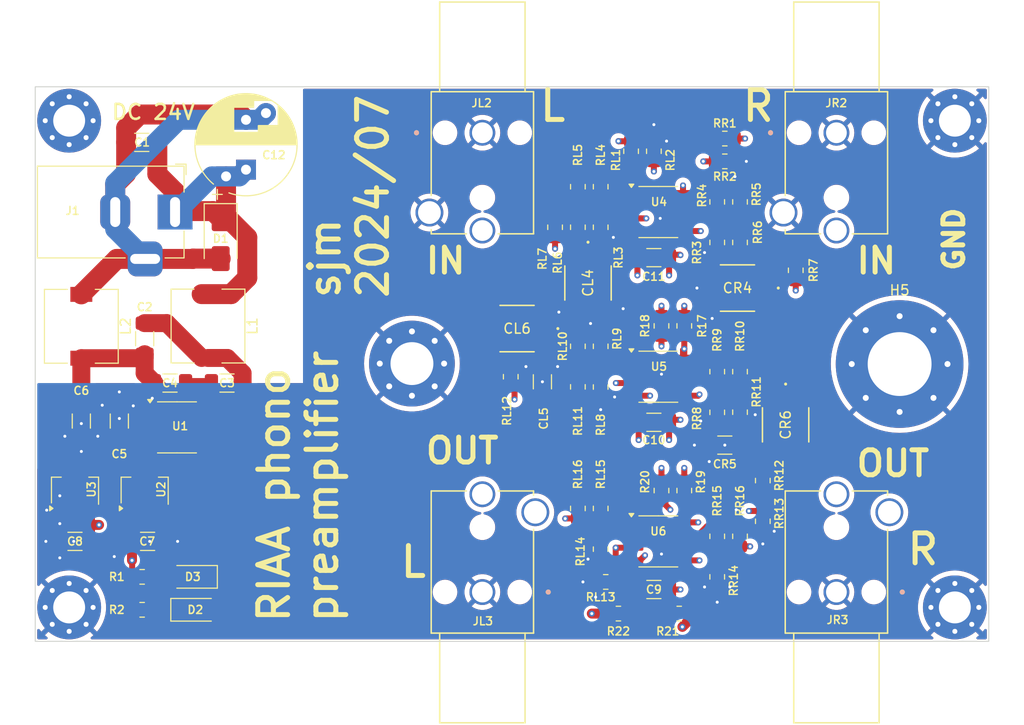
<source format=kicad_pcb>
(kicad_pcb (version 20240108) (generator "pcbnew") (generator_version "8.0")
  (layers (0 "F.Cu" signal) (1 "In1.Cu" signal) (2 "In2.Cu" signal) (31 "B.Cu" signal) (34 "B.Paste" user) (35 "F.Paste" user) (36 "B.SilkS" user "B.Silkscreen") (37 "F.SilkS" user "F.Silkscreen") (38 "B.Mask" user) (39 "F.Mask" user) (44 "Edge.Cuts" user))
  (net 0 "")
  (net 1 "Net-(D1-A)")
  (net 2 "Net-(D1-K)")
  (net 3 "Net-(U1-COMMON)")
  (net 4 "Net-(U1-IN)")
  (net 5 "Net-(U1-NOISE_REDUCTION)")
  (net 6 "GND")
  (net 7 "+8V")
  (net 8 "-8V")
  (net 9 "Net-(U6C-V-)")
  (net 10 "Net-(U6C-V+)")
  (net 11 "Net-(U5C-V-)")
  (net 12 "Net-(U5C-V+)")
  (net 13 "Net-(U4C-V+)")
  (net 14 "Net-(U4C-V-)")
  (net 15 "Net-(CL4-Pad1)")
  (net 16 "Net-(CL5-Pad1)")
  (net 17 "Net-(CL6-Pad2)")
  (net 18 "Net-(CL6-Pad1)")
  (net 19 "Net-(CR4-Pad1)")
  (net 20 "Net-(CR5-Pad1)")
  (net 21 "Net-(CR6-Pad1)")
  (net 22 "Net-(CR6-Pad2)")
  (net 23 "Net-(D2-A)")
  (net 24 "Net-(D3-K)")
  (net 25 "Net-(JL2-Pad3)")
  (net 26 "Net-(JL3-Pad3)")
  (net 27 "Net-(U4A-+)")
  (net 28 "Net-(U4A--)")
  (net 29 "Net-(RL4-Pad1)")
  (net 30 "Net-(RL5-Pad1)")
  (net 31 "Net-(U5A-+)")
  (net 32 "Net-(U5A--)")
  (net 33 "Net-(RL10-Pad2)")
  (net 34 "Net-(U6A-+)")
  (net 35 "Net-(U6A--)")
  (net 36 "Net-(RL15-Pad1)")
  (net 37 "Net-(U4B-+)")
  (net 38 "Net-(U4B--)")
  (net 39 "Net-(RR4-Pad1)")
  (net 40 "Net-(RR5-Pad1)")
  (net 41 "Net-(U5B-+)")
  (net 42 "Net-(U5B--)")
  (net 43 "Net-(RR10-Pad2)")
  (net 44 "Net-(U6B-+)")
  (net 45 "Net-(U6B--)")
  (net 46 "Net-(RR15-Pad1)")
  (net 61 "Net-(JR2-Pad3)")
  (net 63 "Net-(JR3-Pad3)")
  (footprint "footprints:970_KEY" (layer "F.Cu") (at 180.5247 104.8098 -90)
    (property "Reference" "JR2")
    (property "Value" "970")
  )
  (footprint "Resistor_SMD:R_0805_2012Metric_Pad1.20x1.40mm_HandSolder" (layer "F.Cu") (at 170.86 128.762 90)
    (property "Reference" "RR10")
    (property "Value" "8.45k")
  )
  (footprint "Resistor_SMD:R_0805_2012Metric_Pad1.20x1.40mm_HandSolder" (layer "F.Cu") (at 170.86 145.272 90)
    (property "Reference" "RR16")
    (property "Value" "332")
  )
  (footprint "MountingHole:MountingHole_6.4mm_M6_Pad_Via" (layer "F.Cu") (at 186.862 128)
    (property "Reference" "H5")
    (property "Value" "MountingHole_Pad")
  )
  (footprint "Resistor_SMD:R_0805_2012Metric_Pad1.20x1.40mm_HandSolder" (layer "F.Cu") (at 156.89 114.284 90)
    (property "Reference" "RL3")
    (property "Value" "1.3k")
  )
  (footprint "Resistor_SMD:R_0805_2012Metric_Pad1.20x1.40mm_HandSolder" (layer "F.Cu") (at 169.336 107.68 180)
    (property "Reference" "RR2")
    (property "Value" "47.5k")
  )
  (footprint "Resistor_SMD:R_0805_2012Metric_Pad1.20x1.40mm_HandSolder" (layer "F.Cu") (at 162.986 124.174 90)
    (property "Reference" "R18")
    (property "Value" "47")
  )
  (footprint "Package_SO:SOIC-8_3.9x4.9mm_P1.27mm" (layer "F.Cu") (at 162.67 129.27)
    (property "Reference" "U5")
    (property "Value" "OPA1612AxD")
  )
  (footprint "Resistor_SMD:R_0805_2012Metric_Pad1.20x1.40mm_HandSolder" (layer "F.Cu") (at 165.272 124.174 90)
    (property "Reference" "R17")
    (property "Value" "47")
  )
  (footprint "Resistor_SMD:R_0805_2012Metric_Pad1.20x1.40mm_HandSolder" (layer "F.Cu") (at 170.86 111.744 90)
    (property "Reference" "RR5")
    (property "Value" "13k")
  )
  (footprint "Resistor_SMD:R_0805_2012Metric_Pad1.20x1.40mm_HandSolder" (layer "F.Cu") (at 154.604 126.222 90)
    (property "Reference" "RL10")
    (property "Value" "8.45k")
  )
  (footprint "Package_TO_SOT_SMD:SOT-89-3" (layer "F.Cu") (at 111.17 140.7 90)
    (property "Reference" "U2")
    (property "Value" "L78L08_SOT89")
  )
  (footprint "MountingHole:MountingHole_3.2mm_M3_Pad_Via" (layer "F.Cu") (at 192.4 103.6)
    (property "Reference" "H2" (hide yes))
    (property "Value" "MountingHole_Pad")
  )
  (footprint "footprints:CAP_ECHUX_D4_PAN-L" (layer "F.Cu") (at 170.606 120.38 180)
    (property "Reference" "CR4")
    (property "Value" "220nF")
  )
  (footprint "Capacitor_SMD:C_1206_3216Metric_Pad1.33x1.80mm_HandSolder" (layer "F.Cu") (at 162.224 133.842 180)
    (property "Reference" "C10")
    (property "Value" "10µF")
  )
  (footprint "Resistor_SMD:R_0805_2012Metric_Pad1.20x1.40mm_HandSolder" (layer "F.Cu") (at 159.938 106.664 -90)
    (property "Reference" "RL1")
    (property "Value" "332")
  )
  (footprint "Connector_BarrelJack:BarrelJack_Horizontal" (layer "F.Cu") (at 114.218 112.76)
    (property "Reference" "J1")
    (property "Value" "Barrel_Jack_Switch" (hide yes))
  )
  (footprint "Resistor_SMD:R_0805_2012Metric_Pad1.20x1.40mm_HandSolder" (layer "F.Cu") (at 158.668 153.019)
    (property "Reference" "R22")
    (property "Value" "47")
  )
  (footprint "footprints:CAP_ECHUX_D4_PAN-L" (layer "F.Cu") (at 148.508 124.444 180)
    (property "Reference" "CL6")
    (property "Value" "220nF")
  )
  (footprint "Capacitor_SMD:C_1206_3216Metric_Pad1.33x1.80mm_HandSolder" (layer "F.Cu") (at 162.224 150.606 180)
    (property "Reference" "C9")
    (property "Value" "10µF")
  )
  (footprint "Inductor_SMD:L_7.3x7.3_H4.5" (layer "F.Cu") (at 117.52 124.19 -90)
    (property "Reference" "L1")
    (property "Value" "L")
  )
  (footprint "Capacitor_SMD:C_1206_3216Metric_Pad1.33x1.80mm_HandSolder" (layer "F.Cu") (at 108.63 133.715 90)
    (property "Reference" "C5")
    (property "Value" "10µF")
  )
  (footprint "Resistor_SMD:R_0805_2012Metric_Pad1.20x1.40mm_HandSolder" (layer "F.Cu") (at 156.89 126.222 -90)
    (property "Reference" "RL9")
    (property "Value" "13k")
  )
  (footprint "Capacitor_SMD:C_1206_3216Metric_Pad1.33x1.80mm_HandSolder" (layer "F.Cu") (at 111.17 125.46 -90)
    (property "Reference" "C2")
    (property "Value" "22µF")
  )
  (footprint "footprints:CAP_ECHUX_D4_PAN-L" (layer "F.Cu") (at 175.432 134.096 -90)
    (property "Reference" "CR6")
    (property "Value" "220nF")
  )
  (footprint "Capacitor_SMD:C_1206_3216Metric_Pad1.33x1.80mm_HandSolder" (layer "F.Cu") (at 162.224 117.332 180)
    (property "Reference" "C11")
    (property "Value" "10µF")
  )
  (footprint "Resistor_SMD:R_0805_2012Metric_Pad1.20x1.40mm_HandSolder" (layer "F.Cu") (at 168.574 132.842 90)
    (property "Reference" "RR8")
    (property "Value" "1.3k")
  )
  (footprint "Inductor_SMD:L_7.3x7.3_H4.5" (layer "F.Cu") (at 104.82 124.215 -90)
    (property "Reference" "L2")
    (property "Value" "L")
  )
  (footprint "Resistor_SMD:R_0805_2012Metric_Pad1.20x1.40mm_HandSolder" (layer "F.Cu") (at 156.89 130.302 90)
    (property "Reference" "RL8")
    (property "Value" "1.3k")
  )
  (footprint "Resistor_SMD:R_0805_2012Metric_Pad1.20x1.40mm_HandSolder" (layer "F.Cu") (at 154.604 110.22 90)
    (property "Reference" "RL5")
    (property "Value" "13k")
  )
  (footprint "Capacitor_SMD:C_1206_3216Metric_Pad1.33x1.80mm_HandSolder" (layer "F.Cu") (at 113.71 129.905 180)
    (property "Reference" "C4")
    (property "Value" "1µF")
  )
  (footprint "MountingHole:MountingHole_3.2mm_M3_Pad_Via" (layer "F.Cu") (at 103.6 152.4)
    (property "Reference" "H3" (hide yes))
    (property "Value" "MountingHole_Pad")
  )
  (footprint "Resistor_SMD:R_0805_2012Metric_Pad1.20x1.40mm_HandSolder" (layer "F.Cu") (at 168.574 145.272 -90)
    (property "Reference" "RR15")
    (property "Value" "13k")
  )
  (footprint "Capacitor_SMD:C_1206_3216Metric_Pad1.33x1.80mm_HandSolder" (layer "F.Cu") (at 104.185 145.78)
    (property "Reference" "C8")
    (property "Value" "10µF")
  )
  (footprint "Diode_SMD:D_SMA" (layer "F.Cu") (at 118.79 115.427 -90)
    (property "Reference" "D1")
    (property "Value" "SS310")
  )
  (footprint "footprints:970_KEY" (layer "F.Cu") (at 180.5247 150.86 90)
    (property "Reference" "JR3")
    (property "Value" "970")
  )
  (footprint "Package_SO:SOIC-8_3.9x4.9mm_P1.27mm" (layer "F.Cu") (at 114.41 134.35)
    (property "Reference" "U1")
    (property "Value" "TLE2426xD")
  )
  (footprint "Resistor_SMD:R_0805_2012Metric_Pad1.20x1.40mm_HandSolder" (layer "F.Cu") (at 157.398 149.844)
    (property "Reference" "RL13")
    (property "Value" "47.5k")
  )
  (footprint "Resistor_SMD:R_0805_2012Metric_Pad1.20x1.40mm_HandSolder" (layer "F.Cu") (at 169.336 105.394 180)
    (property "Reference" "RR1")
    (property "Value" "332")
  )
  (footprint "Capacitor_SMD:C_1206_3216Metric_Pad1.33x1.80mm_HandSolder" (layer "F.Cu") (at 169.336 136.128 180)
    (property "Reference" "CR5")
    (property "Value" "10nF")
  )
  (footprint "Capacitor_THT:CP_Radial_D10.0mm_P5.00mm_P7.50mm" (layer "F.Cu") (at 121.33 108.511677 90)
    (property "Reference" "C12")
    (property "Value" "470µF 35V")
  )
  (footprint "LED_SMD:LED_1206_3216Metric_Pad1.42x1.75mm_HandSolder" (layer "F.Cu") (at 115.996 149.336 180)
    (property "Reference" "D2")
    (property "Value" "LED")
  )
  (footprint "Capacitor_SMD:C_1206_3216Metric_Pad1.33x1.80mm_HandSolder" (layer "F.Cu") (at 104.82 133.715 90)
    (property "Reference" "C6")
    (property "Value" "10µF")
  )
  (footprint "Resistor_SMD:R_0805_2012Metric_Pad1.20x1.40mm_HandSolder" (layer "F.Cu") (at 164.764 153.019 180)
    (property "Reference" "R21")
    (property "Value" "47")
  )
  (footprint "Resistor_SMD:R_0805_2012Metric_Pad1.20x1.40mm_HandSolder" (layer "F.Cu") (at 147.873 129.27 90)
    (property "Reference" "RL12")
    (property "Value" "332")
  )
  (footprint "Resistor_SMD:R_0805_2012Metric_Pad1.20x1.40mm_HandSolder" (layer "F.Cu") (at 168.574 111.744 -90)
    (property "Reference" "RR4")
    (property "Value" "13k")
  )
  (footprint "Resistor_SMD:R_0805_2012Metric_Pad1.20x1.40mm_HandSolder" (layer "F.Cu") (at 156.89 146.558 90)
    (property "Reference" "RL14")
    (property "Value" "1.3k")
  )
  (footprint "Resistor_SMD:R_0805_2012Metric_Pad1.20x1.40mm_HandSolder" (layer "F.Cu") (at 110.916 149.336)
    (property "Reference" "R1")
    (property "Value" "3.3k")
  )
  (footprint "Resistor_SMD:R_0805_2012Metric_Pad1.20x1.40mm_HandSolder" (layer "F.Cu") (at 176.448 118.602 90)
    (property "Reference" "RR7")
    (property "Value" "332")
  )
  (footprint "MountingHole:MountingHole_3.2mm_M3_Pad_Via" (layer "F.Cu") (at 192.4 152.4)
    (property "Reference" "H4" (hide yes))
    (property "Value" "MountingHole_Pad")
  )
  (footprint "footprints:CAP_ECHUX_D4_PAN-L" (layer "F.Cu") (at 155.62 119.872 -90)
    (property "Reference" "CL4")
    (property "Value" "220nF")
  )
  (footprint "Resistor_SMD:R_0805_2012Metric_Pad1.20x1.40mm_HandSolder" (layer "F.Cu") (at 170.86 115.808 90)
    (property "Reference" "RR6")
    (property "Value" "1.43k")
  )
  (footprint "Resistor_SMD:R_0805_2012Metric_Pad1.20x1.40mm_HandSolder" (layer "F.Cu") (at 154.604 142.478 90)
    (property "Reference" "RL16")
    (property "Value" "332")
  )
  (footprint "Resistor_SMD:R_0805_2012Metric_Pad1.20x1.40mm_HandSolder" (layer "F.Cu") (at 168.574 115.808 90)
    (property "Reference" "RR3")
    (property "Value" "1.3k")
  )
  (footprint "footprints:970_KEY" (layer "F.Cu") (at 145.0282 104.8098 -90)
    (property "Reference" "JL2")
    (property "Value" "970")
  )
  (footprint "Resistor_SMD:R_0805_2012Metric_Pad1.20x1.40mm_HandSolder" (layer "F.Cu") (at 162.224 106.664 -90)
    (property "Reference" "RL2")
    (property "Value" "47.5k")
  )
  (footprint "Capacitor_SMD:C_1206_3216Metric_Pad1.33x1.80mm_HandSolder" (layer "F.Cu") (at 151.048 129.778 90)
    (property "Reference" "CL5")
    (property "Value" "10nF")
  )
  (footprint "Resistor_SMD:R_0805_2012Metric_Pad1.20x1.40mm_HandSolder" (layer "F.Cu") (at 165.272 140.684 90)
    (property "Reference" "R19")
    (property "Value" "47")
  )
  (footprint "Resistor_SMD:R_0805_2012Metric_Pad1.20x1.40mm_HandSolder" (layer "F.Cu") (at 154.604 130.286 90)
    (property "Reference" "RL11")
    (property "Value" "332")
  )
  (footprint "Resistor_SMD:R_0805_2012Metric_Pad1.20x1.40mm_HandSolder" (layer "F.Cu") (at 110.916 152.638)
    (property "Reference" "R2")
    (property "Value" "3.3k")
  )
  (footprint "Package_TO_SOT_SMD:SOT-89-3" (layer "F.Cu") (at 104.185 140.7 90)
    (property "Reference" "U3")
    (property "Value" "L79L08_SOT89")
  )
  (footprint "Capacitor_SMD:C_1206_3216Metric_Pad1.33x1.80mm_HandSolder" (layer "F.Cu") (at 111.4625 145.78)
    (property "Reference" "C7")
    (property "Value" "10µF")
  )
  (footprint "MountingHole:MountingHole_3.2mm_M3_Pad_Via" (layer "F.Cu") (at 103.6 103.6)
    (property "Reference" "H1" (hide yes))
    (property "Value" "MountingHole_Pad")
  )
  (footprint "Resistor_SMD:R_0805_2012Metric_Pad1.20x1.40mm_HandSolder" (layer "F.Cu") (at 156.89 110.22 -90)
    (property "Reference" "RL4")
    (property "Value" "13k")
  )
  (footprint "Resistor_SMD:R_0805_2012Metric_Pad1.20x1.40mm_HandSolder" (layer "F.Cu") (at 154.604 114.284 90)
    (property "Reference" "RL6")
    (property "Value" "1.43k")
  )
  (footprint "Resistor_SMD:R_0805_2012Metric_Pad1.20x1.40mm_HandSolder" (layer "F.Cu") (at 173.146 139.684 90)
    (property "Reference" "RR12")
    (property "Value" "332")
  )
  (footprint "Resistor_SMD:R_0805_2012Metric_Pad1.20x1.40mm_HandSolder" (layer "F.Cu") (at 170.86 132.826 90)
    (property "Reference" "RR11")
    (property "Value" "332")
  )
  (footprint "Capacitor_SMD:C_1206_3216Metric_Pad1.33x1.80mm_HandSolder" (layer "F.Cu") (at 110.8775 105.775 180)
    (property "Reference" "C1")
    (property "Value" "22µF")
  )
  (footprint "Resistor_SMD:R_0805_2012Metric_Pad1.20x1.40mm_HandSolder" (layer "F.Cu") (at 162.986 140.684 90)
    (property "Reference" "R20")
    (property "Value" "47")
  )
  (footprint "Resistor_SMD:R_0805_2012Metric_Pad1.20x1.40mm_HandSolder" (layer "F.Cu") (at 156.89 142.478 -90)
    (property "Reference" "RL15")
    (property "Value" "13k")
  )
  (footprint "Resistor_SMD:R_0805_2012Metric_Pad1.20x1.40mm_HandSolder" (layer "F.Cu") (at 168.574 149.336 90)
    (property "Reference" "RR14")
    (property "Value" "1.3k")
  )
  (footprint "Resistor_SMD:R_0805_2012Metric_Pad1.20x1.40mm_HandSolder" (layer "F.Cu") (at 168.574 128.762 -90)
    (property "Reference" "RR9")
    (property "Value" "13k")
  )
  (footprint "LED_SMD:LED_1206_3216Metric_Pad1.42x1.75mm_HandSolder" (layer "F.Cu") (at 116.25 152.638)
    (property "Reference" "D3")
    (property "Value" "LED")
  )
  (footprint "Package_SO:SOIC-8_3.9x4.9mm_P1.27mm" (layer "F.Cu") (at 162.67 112.76)
    (property "Reference" "U4")
    (property "Value" "OPA1612AxD")
  )
  (footprint "Resistor_SMD:R_0805_2012Metric_Pad1.20x1.40mm_HandSolder" (layer "F.Cu") (at 173.146 143.764 90)
    (property "Reference" "RR13")
    (property "Value" "47.5k")
  )
  (footprint "MountingHole:MountingHole_4.3mm_M4_Pad_Via" (layer "F.Cu") (at 137.967 127.953944)
    (property "Reference" "H6" (hide yes))
    (property "Value" "MountingHole_Pad")
  )
  (footprint "Package_SO:SOIC-8_3.9x4.9mm_P1.27mm" (layer "F.Cu") (at 162.67 145.78)
    (property "Reference" "U6")
    (property "Value" "OPA1612AxD")
  )
  (footprint "Resistor_SMD:R_0805_2012Metric_Pad1.20x1.40mm_HandSolder" (layer "F.Cu") (at 152.318 114.284 90)
    (property "Reference" "RL7")
    (property "Value" "332")
  )
  (footprint "Capacitor_SMD:C_1206_3216Metric_Pad1.33x1.80mm_HandSolder" (layer "F.Cu") (at 119.425 129.905 180)
    (property "Reference" "C3")
    (property "Value" "1µF")
  )
  (footprint "footprints:970_KEY" (layer "F.Cu") (at 145.0282 150.86 90)
    (property "Reference" "JL3")
    (property "Value" "970")
  )
  (gr_rect (start 100.2 100.2) (end 195.8 155.8) (stroke (width 0.1)) (fill none) (layer "Edge.Cuts"))
  (gr_text "IN" (at 182.29 119.11 0) (layer "F.SilkS") (effects (font (size 2.5 2.5) (thickness 0.5) (bold yes)) (justify left bottom)))
  (gr_text "OUT" (at 182.29 139.43 0) (layer "F.SilkS") (effects (font (size 2.5 2.5) (thickness 0.5) (bold yes)) (justify left bottom)))
  (gr_text "RIAA phono\npreamplifier" (at 130.728 154.162 90) (layer "F.SilkS") (effects (font (size 3 3) (thickness 0.5) (bold yes)) (justify left bottom)))
  (gr_text "DC 24V" (at 107.741 103.616 0) (layer "F.SilkS") (effects (font (size 1.5 1.5) (thickness 0.25) (bold yes)) (justify left bottom)))
  (gr_text "sjm\n2024/07" (at 135.808 121.65 90) (layer "F.SilkS") (effects (font (size 3 3) (thickness 0.5) (bold yes)) (justify left bottom)))
  (gr_text "IN" (at 139.11 119.11 0) (layer "F.SilkS") (effects (font (size 2.5 2.5) (thickness 0.5) (bold yes)) (justify left bottom)))
  (gr_text "L" (at 136.57 149.59 0) (layer "F.SilkS") (effects (font (size 3 3) (thickness 0.5) (bold yes)) (justify left bottom)))
  (gr_text "\nL" (at 150.54 103.87 0) (layer "F.SilkS") (effects (font (size 3 3) (thickness 0.5) (bold yes)) (justify left bottom)))
  (gr_text "OUT" (at 139.11 138.16 0) (layer "F.SilkS") (effects (font (size 2.5 2.5) (thickness 0.5) (bold yes)) (justify left bottom)))
  (gr_text "R" (at 170.86 103.87 0) (layer "F.SilkS") (effects (font (size 3 3) (thickness 0.5) (bold yes)) (justify left bottom)))
  (gr_text "R" (at 187.37 148.32 0) (layer "F.SilkS") (effects (font (size 3 3) (thickness 0.5) (bold yes)) (justify left bottom)))
  (gr_text "GND" (at 193.466 118.856 90) (layer "F.SilkS") (effects (font (size 2 2) (thickness 0.5) (bold yes)) (justify left bottom)))
  (segment (start 109.315 108.9) (end 109.315 105.775) (width 2) (layer "F.Cu") (net 1))
  (segment (start 120.799323 102.981) (end 110.662 102.981) (width 2) (layer "F.Cu") (net 1))
  (segment (start 108.375 117.46) (end 111.218 117.46) (width 2) (layer "F.Cu") (net 1))
  (segment (start 104.82 121.015) (end 108.375 117.46) (width 2) (layer "F.Cu") (net 1))
  (segment (start 108.218 109.997) (end 109.315 108.9) (width 2) (layer "F.Cu") (net 1))
  (segment (start 111.218 117.46) (end 115.995 117.46) (width 2) (layer "F.Cu") (net 1))
  (segment (start 115.995 117.46) (end 116.028 117.427) (width 2) (layer "F.Cu") (net 1))
  (segment (start 116.028 117.427) (end 118.79 117.427) (width 2) (layer "F.Cu") (net 1))
  (segment (start 108.218 112.76) (end 108.218 109.997) (width 2) (layer "F.Cu") (net 1))
  (segment (start 110.662 102.981) (end 109.315 104.328) (width 2) (layer "F.Cu") (net 1))
  (segment (start 109.315 104.328) (end 109.315 105.775) (width 2) (layer "F.Cu") (net 1))
  (segment (start 121.33 103.511677) (end 120.799323 102.981) (width 2) (layer "F.Cu") (net 1))
  (segment (start 121.33 103.511677) (end 114.576323 103.511677) (width 2) (layer "B.Cu") (net 1))
  (segment (start 108.218 109.87) (end 108.218 112.76) (width 2) (layer "B.Cu") (net 1))
  (segment (start 122.657856 103.511677) (end 123.33 102.839533) (width 2) (layer "B.Cu") (net 1))
  (segment (start 108.218 112.76) (end 108.218 114.46) (width 2) (layer "B.Cu") (net 1))
  (segment (start 121.33 103.511677) (end 122.657856 103.511677) (width 2) (layer "B.Cu") (net 1))
  (segment (start 114.576323 103.511677) (end 108.218 109.87) (width 2) (layer "B.Cu") (net 1))
  (segment (start 108.218 114.46) (end 111.218 117.46) (width 2) (layer "B.Cu") (net 1))
  (segment (start 112.44 108.95) (end 114.218 110.728) (width 2) (layer "F.Cu") (net 2))
  (segment (start 119.33 109.183821) (end 119.33 112.887) (width 2) (layer "F.Cu") (net 2))
  (segment (start 119.33 112.887) (end 118.79 113.427) (width 2) (layer "F.Cu") (net 2))
  (segment (start 118.79 113.427) (end 118.028 112.665) (width 2) (layer "F.Cu") (net 2))
  (segment (start 114.218 110.728) (end 114.218 112.76) (width 2) (layer "F.Cu") (net 2))
  (segment (start 112.44 105.775) (end 112.44 108.95) (width 2) (layer "F.Cu") (net 2))
  (segment (start 121.457 119.364) (end 121.457 115.3) (width 2) (layer "F.Cu") (net 2))
  (segment (start 121.457 115.3) (end 119.584 113.427) (width 2) (layer "F.Cu") (net 2))
  (segment (start 119.831 120.99) (end 121.457 119.364) (width 2) (layer "F.Cu") (net 2))
  (segment (start 119.584 113.427) (end 118.79 113.427) (width 2) (layer "F.Cu") (net 2))
  (segment (start 118.028 112.665) (end 114.045 112.665) (width 2) (layer "F.Cu") (net 2))
  (segment (start 116.885 120.99) (end 119.831 120.99) (width 2) (layer "F.Cu") (net 2))
  (segment (start 120.657856 109.183821) (end 121.33 108.511677) (width 2) (layer "B.Cu") (net 2))
  (segment (start 117.914179 109.183821) (end 114.338 112.76) (width 2) (layer "B.Cu") (net 2))
  (segment (start 114.338 112.76) (end 114.218 112.76) (width 2) (layer "B.Cu") (net 2))
  (segment (start 119.33 109.183821) (end 117.914179 109.183821) (width 2) (layer "B.Cu") (net 2))
  (segment (start 119.33 109.183821) (end 120.657856 109.183821) (width 2) (layer "B.Cu") (net 2))
  (segment (start 114.091 131.556) (end 112.44 129.905) (width 1.2) (layer "F.Cu") (net 3))
  (segment (start 113.71 133.08) (end 114.091 132.699) (width 1.2) (layer "F.Cu") (net 3))
  (segment (start 111.17 127.0225) (end 111.17 128.9275) (width 1.8) (layer "F.Cu") (net 3))
  (segment (start 104.82 132.1525) (end 104.82 127.415) (width 1.8) (layer "F.Cu") (net 3))
  (segment (start 104.82 132.1525) (end 102.6995 132.1525) (width 1.6) (layer "F.Cu") (net 3))
  (segment (start 104.82 127.415) (end 110.7775 127.415) (width 1.8) (layer "F.Cu") (net 3))
  (segment (start 102.6995 132.1525) (end 101.264 133.588) (width 1.6) (layer "F.Cu") (net 3))
  (segment (start 111.17 128.9275) (end 112.1475 129.905) (width 1.8) (layer "F.Cu") (net 3))
  (segment (start 110.7775 127.415) (end 111.17 127.0225) (width 1.8) (layer "F.Cu") (net 3))
  (segment (start 104.185 140.192) (end 104.185 142.5625) (width 1.6) (layer "F.Cu") (net 3))
  (segment (start 113.075 133.715) (end 113.71 133.08) (width 1) (layer "F.Cu") (net 3))
  (segment (start 101.264 137.271) (end 104.185 140.192) (width 1.6) (layer "F.Cu") (net 3))
  (segment (start 111.935 133.715) (end 113.075 133.715) (width 1) (layer "F.Cu") (net 3))
  (segment (start 112.44 129.905) (end 112.1475 129.905) (width 1) (layer "F.Cu") (net 3))
  (segment (start 101.264 133.588) (end 101.264 137.271) (width 1.6) (layer "F.Cu") (net 3))
  (segment (start 114.091 132.699) (end 114.091 131.556) (width 1.2) (layer "F.Cu") (net 3))
  (segment (start 111.935 134.985) (end 113.329 134.985) (width 1) (layer "F.Cu") (net 4))
  (segment (start 120.9875 129.905) (end 120.9875 128.9275) (width 1.8) (layer "F.Cu") (net 4))
  (segment (start 118.409 138.16) (end 120.9875 135.5815) (width 1.8) (layer "F.Cu") (net 4))
  (segment (start 120.9875 135.5815) (end 120.9875 129.905) (width 1.8) (layer "F.Cu") (net 4))
  (segment (start 114.98 138.16) (end 118.409 138.16) (width 1.8) (layer "F.Cu") (net 4))
  (segment (start 113.329 134.985) (end 114.345 136.001) (width 1) (layer "F.Cu") (net 4))
  (segment (start 111.935 134.985) (end 108.9225 134.985) (width 1) (layer "F.Cu") (net 4))
  (segment (start 114.345 136.001) (end 114.345 141.335) (width 1.4) (layer "F.Cu") (net 4))
  (segment (start 120.9875 128.9275) (end 119.45 127.39) (width 1.8) (layer "F.Cu") (net 4))
  (segment (start 113.3925 123.8975) (end 116.885 127.39) (width 1.8) (layer "F.Cu") (net 4))
  (segment (start 113.03 142.65) (end 112.67 142.65) (width 1) (layer "F.Cu") (net 4))
  (segment (start 114.345 141.335) (end 113.03 142.65) (width 1.4) (layer "F.Cu") (net 4))
  (segment (start 119.45 127.39) (end 117.52 127.39) (width 1.8) (layer "F.Cu") (net 4))
  (segment (start 111.17 123.8975) (end 113.3925 123.8975) (width 1.8) (layer "F.Cu") (net 4))
  (segment (start 117.8625 131.4675) (end 117.8625 129.905) (width 1) (layer "F.Cu") (net 5))
  (segment (start 116.885 132.445) (end 117.8625 131.4675) (width 1) (layer "F.Cu") (net 5))
  (segment (start 115.2725 129.905) (end 117.8625 129.905) (width 1) (layer "F.Cu") (net 5))
  (segment (start 104.82 135.2775) (end 104.82 133.969) (width 0.6) (layer "F.Cu") (net 6))
  (segment (start 152.699 122.793) (end 153.430436 122.793) (width 0.6) (layer "F.Cu") (net 6))
  (segment (start 104.82 135.2775) (end 104.82 136.763) (width 0.6) (layer "F.Cu") (net 6))
  (segment (start 155.62 147.558) (end 156.89 147.558) (width 0.6) (layer "F.Cu") (net 6))
  (segment (start 167.7735 137.779) (end 167.7735 139.8995) (width 0.6) (layer "F.Cu") (net 6))
  (segment (start 167.05 133.842) (end 166.923 133.715) (width 0.6) (layer "F.Cu") (net 6))
  (segment (start 106.471 135.239) (end 106.471 135.248588) (width 0.6) (layer "F.Cu") (net 6))
  (segment (start 159.092011 122.5009) (end 159.142384 122.450527) (width 0.6) (layer "F.Cu") (net 6))
  (segment (start 167.32 116.808) (end 167.304 116.824) (width 0.6) (layer "F.Cu") (net 6))
  (segment (start 155.62 123.682) (end 155.62 122.5009) (width 0.6) (layer "F.Cu") (net 6))
  (segment (start 167.9771 120.38) (end 166.542 120.38) (width 0.6) (layer "F.Cu") (net 6))
  (segment (start 163.748 132.318) (end 162.986 131.556) (width 0.6) (layer "F.Cu") (net 6))
  (segment (start 106.471 135.248588) (end 108.122 136.899588) (width 0.6) (layer "F.Cu") (net 6))
  (segment (start 102.685 142.65) (end 102.685 143.978) (width 0.6) (layer "F.Cu") (net 6))
  (segment (start 173.146 144.764) (end 173.146 146.034) (width 0.6) (layer "F.Cu") (net 6))
  (segment (start 103.2075 135.2775) (end 103.169 135.239) (width 0.6) (layer "F.Cu") (net 6))
  (segment (start 106.9155 132.1275) (end 106.9405 132.1525) (width 0.6) (layer "F.Cu") (net 6))
  (segment (start 167.7735 137.779) (end 171.749 137.779) (width 0.6) (layer "F.Cu") (net 6))
  (segment (start 169.828 150.336) (end 169.844 150.352) (width 0.6) (layer "F.Cu") (net 6))
  (segment (start 102.6225 145.78) (end 104.058 145.78) (width 0.6) (layer "F.Cu") (net 6))
  (segment (start 167.7735 136.128) (end 166.288 136.128) (width 0.6) (layer "F.Cu") (net 6))
  (segment (start 162.986 148.828) (end 165.78 148.828) (width 0.6) (layer "F.Cu") (net 6))
  (segment (start 153.722536 122.5009) (end 155.62 122.5009) (width 0.6) (layer "F.Cu") (net 6))
  (segment (start 102.6225 145.78) (end 102.6225 147.3925) (width 0.6) (layer "F.Cu") (net 6))
  (segment (start 151.048 128.2155) (end 151.048 129.778) (width 0.6) (layer "F.Cu") (net 6))
  (segment (start 149.4355 128.2155) (end 149.397 128.254) (width 0.6) (layer "F.Cu") (net 6))
  (segment (start 111.935 132.445) (end 111.935 131.432) (width 0.6) (layer "F.Cu") (net 6))
  (segment (start 162.224 105.664) (end 162.224 103.997) (width 0.6) (layer "F.Cu") (net 6))
  (segment (start 106.9405 132.1525) (end 108.63 132.1525) (width 0.6) (layer "F.Cu") (net 6))
  (segment (start 101.346 142.65) (end 102.685 142.65) (width 0.6) (layer "F.Cu") (net 6))
  (segment (start 156.89 115.284) (end 158.144 115.284) (width 0.6) (layer "F.Cu") (net 6))
  (segment (start 106.471 135.239) (end 106.4325 135.2775) (width 0.6) (layer "F.Cu") (net 6))
  (segment (start 156.398 149.844) (end 155.112 149.844) (width 0.6) (layer "F.Cu") (net 6))
  (segment (start 113.025 145.78) (end 111.678 145.78) (width 0.6) (layer "F.Cu") (net 6))
  (segment (start 165.526 132.318) (end 163.748 132.318) (width 0.6) (layer "F.Cu") (net 6))
  (segment (start 153.430436 122.793) (end 153.722536 122.5009) (width 0.6) (layer "F.Cu") (net 6))
  (segment (start 162.986 131.556) (end 162.986 129.016) (width 0.6) (layer "F.Cu") (net 6))
  (segment (start 168.574 116.808) (end 167.32 116.808) (width 0.6) (layer "F.Cu") (net 6))
  (segment (start 168.066 123.428) (end 167.9771 123.3391) (width 0.6) (layer "F.Cu") (net 6))
  (segment (start 102.685 141.232) (end 102.661 141.208) (width 0.6) (layer "F.Cu") (net 6))
  (segment (start 166.161 115.681) (end 162.859 115.681) (width 0.6) (layer "F.Cu") (net 6))
  (segment (start 167.7735 136.128) (end 169.336 136.128) (width 0.6) (layer "F.Cu") (net 6))
  (segment (start 170.336 107.68) (end 170.336 109.188) (width 0.6) (layer "F.Cu") (net 6))
  (segment (start 108.122 136.899588) (end 108.122 147.304) (width 0.6) (layer "F.Cu") (net 6))
  (segment (start 108.63 132.1525) (end 109.9885 132.1525) (width 0.6) (layer "F.Cu") (net 6))
  (segment (start 167.9771 123.3391) (end 167.9771 120.38) (width 0.6) (layer "F.Cu") (net 6))
  (segment (start 163.494 105.648) (end 163.478 105.664) (width 0.6) (layer "F.Cu") (net 6))
  (segment (start 166.542 117.586) (end 167.304 116.824) (width 0.6) (layer "F.Cu") (net 6))
  (segment (start 152.5335 128.2155) (end 151.048 128.2155) (width 0.6) (layer "F.Cu") (net 6))
  (segment (start 162.986 147.05) (end 162.986 148.828) (width 0.6) (layer "F.Cu") (net 6))
  (segment (start 167.304 116.824) (end 166.161 115.681) (width 0.6) (layer "F.Cu") (net 6))
  (segment (start 158.144 115.284) (end 158.16 115.3) (width 0.6) (layer "F.Cu") (net 6))
  (segment (start 170.336 109.188) (end 170.352 109.204) (width 0.6) (layer "F.Cu") (net 6))
  (segment (start 108.63 132.1525) (end 108.63 133.461) (width 0.6) (layer "F.Cu") (net 6))
  (segment (start 167.7735 137.779) (end 167.7735 136.128) (width 0.6) (layer "F.Cu") (net 6))
  (segment (start 168.574 150.336) (end 167.32 150.336) (width 0.6) (layer "F.Cu") (net 6))
  (segment (start 102.685 143.978) (end 102.661 144.002) (width 0.6) (layer "F.Cu") (net 6))
  (segment (start 102.685 142.65) (end 102.685 141.232) (width 0.6) (layer "F.Cu") (net 6))
  (segment (start 162.859 115.681) (end 162.859 113.395) (width 0.6) (layer "F.Cu") (net 6))
  (segment (start 102.6225 147.3925) (end 102.661 147.431) (width 0.6) (layer "F.Cu") (net 6))
  (segment (start 155.874 123.936) (end 155.62 123.682) (width 0.6) (layer "F.Cu") (net 6))
  (segment (start 111.935 131.432) (end 111.932 131.429) (width 0.6) (layer "F.Cu") (net 6))
  (segment (start 104.82 135.2775) (end 105.505 135.2775) (width 0.6) (layer "F.Cu") (net 6))
  (segment (start 155.62 122.5009) (end 159.092011 122.5009) (width 0.6) (layer "F.Cu") (net 6))
  (segment (start 165.78 148.828) (end 167.304 150.352) (width 0.6) (layer "F.Cu") (net 6))
  (segment (start 113.025 145.78) (end 114.472 145.78) (width 0.6) (layer "F.Cu") (net 6))
  (segment (start 156.398 151.352) (end 156.382 151.368) (width 0.6) (layer "F.Cu") (net 6))
  (segment (start 152.572 128.254) (end 152.5335 128.2155) (width 0.6) (layer "F.Cu") (net 6))
  (segment (start 156.89 131.302) (end 158.287 131.302) (width 0.6) (layer "F.Cu") (net 6))
  (segment (start 108.63 132.1525) (end 108.63 130.794) (width 0.6) (layer "F.Cu") (net 6))
  (segment (start 168.574 150.336) (end 169.828 150.336) (width 0.6) (layer "F.Cu") (net 6))
  (segment (start 166.923 133.715) (end 165.526 132.318) (width 0.6) (layer "F.Cu") (net 6))
  (segment (start 173.146 144.764) (end 174.289 144.764) (width 0.6) (layer "F.Cu") (net 6))
  (segment (start 163.478 105.664) (end 162.224 105.664) (width 0.6) (layer "F.Cu") (net 6))
  (segment (start 104.82 135.2775) (end 103.2075 135.2775) (width 0.6) (layer "F.Cu") (net 6))
  (segment (start 168.574 150.336) (end 168.574 151.876) (width 0.6) (layer "F.Cu") (net 6))
  (segment (start 171.495 107.68) (end 170.336 107.68) (width 0.6) (layer "F.Cu") (net 6))
  (segment (start 168.574 133.842) (end 167.05 133.842) (width 0.6) (layer "F.Cu") (net 6))
  (segment (start 156.89 131.302) (end 156.89 132.572) (width 0.6) (layer "F.Cu") (net 6))
  (segment (start 102.6225 145.78) (end 101.264 145.78) (width 0.6) (layer "F.Cu") (net 6))
  (segment (start 151.048 128.2155) (end 149.4355 128.2155) (width 0.6) (layer "F.Cu") (net 6))
  (segment (start 172.384 137.144) (end 172.384 133.08) (width 0.6) (layer "F.Cu") (net 6))
  (segment (start 167.32 150.336) (end 167.304 150.352) (width 0.6) (layer "F.Cu") (net 6))
  (segment (start 156.398 149.844) (end 156.398 151.352) (width 0.6) (layer "F.Cu") (net 6))
  (segment (start 109.9885 132.1525) (end 110.027 132.191) (width 0.6) (layer "F.Cu") (net 6))
  (segment (start 171.749 137.779) (end 172.384 137.144) (width 0.6) (layer "F.Cu") (net 6))
  (segment (start 167.7735 139.8995) (end 170.479 142.605) (width 0.6) (layer "F.Cu") (net 6))
  (segment (start 106.4325 135.2775) (end 104.82 135.2775) (width 0.6) (layer "F.Cu") (net 6))
  (segment (start 166.542 120.38) (end 166.542 117.586) (width 0.6) (layer "F.Cu") (net 6))
  (via (at 152.572 128.254) (size 0.6) (drill 0.3) (layers "F.Cu" "B.Cu") (net 6))
  (via (at 151.048 129.778) (size 0.6) (drill 0.3) (layers "F.Cu" "B.Cu") (net 6))
  (via (at 106.9155 132.1275) (size 0.6) (drill 0.3) (layers "F.Cu" "B.Cu") (net 6))
  (via (at 108.122 147.304) (size 0.6) (drill 0.3) (layers "F.Cu" "B.Cu") (net 6))
  (via (at 104.82 136.763) (size 0.6) (drill 0.3) (layers "F.Cu" "B.Cu") (net 6))
  (via (at 167.304 116.824) (size 0.6) (drill 0.3) (layers "F.Cu" "B.Cu") (net 6))
  (via (at 156.382 151.368) (size 0.6) (drill 0.3) (layers "F.Cu" "B.Cu") (net 6))
  (via (at 104.82 133.969) (size 0.6) (drill 0.3) (layers "F.Cu" "B.Cu") (net 6))
  (via (at 152.699 122.793) (size 0.6) (drill 0.3) (layers "F.Cu" "B.Cu") (net 6))
  (via (at 162.224 103.997) (size 0.6) (drill 0.3) (layers "F.Cu" "B.Cu") (net 6))
  (via (at 149.397 128.254) (size 0.6) (drill 0.3) (layers "F.Cu" "B.Cu") (net 6))
  (via (at 159.142384 122.450527) (size 0.6) (drill 0.3) (layers "F.Cu" "B.Cu") (net 6))
  (via (at 111.932 131.429) (size 0.6) (drill 0.3) (layers "F.Cu" "B.Cu") (net 6))
  (via (at 102.661 144.002) (size 0.6) (drill 0.3) (layers "F.Cu" "B.Cu") (net 6))
  (via (at 158.16 115.3) (size 0.6) (drill 0.3) (layers "F.Cu" "B.Cu") (net 6))
  (via (at 162.986 147.05) (size 0.6) (drill 0.3) (layers "F.Cu" "B.Cu") (net 6))
  (via (at 101.346 142.65) (size 0.6) (drill 0.3) (layers "F.Cu" "B.Cu") (net 6))
  (via (at 173.146 146.034) (size 0.6) (drill 0.3) (layers "F.Cu" "B.Cu") (net 6))
  (via (at 169.844 150.352) (size 0.6) (drill 0.3) (layers "F.Cu" "B.Cu") (net 6))
  (via (at 114.472 145.78) (size 0.6) (drill 0.3) (layers "F.Cu" "B.Cu") (net 6))
  (via (at 108.63 130.794) (size 0.6) (drill 0.3) (layers "F.Cu" "B.Cu") (net 6))
  (via (at 155.62 147.558) (size 0.6) (drill 0.3) (layers "F.Cu" "B.Cu") (net 6))
  (via (at 167.304 150.352) (size 0.6) (drill 0.3) (layers "F.Cu" "B.Cu") (net 6))
  (via (at 172.384 133.08) (size 0.6) (drill 0.3) (layers "F.Cu" "B.Cu") (net 6))
  (via (at 166.923 133.715) (size 0.6) (drill 0.3) (layers "F.Cu" "B.Cu") (net 6))
  (via (at 102.661 147.431) (size 0.6) (drill 0.3) (layers "F.Cu" "B.Cu") (net 6))
  (via (at 162.986 129.016) (size 0.6) (drill 0.3) (layers "F.Cu" "B.Cu") (net 6))
  (via (at 174.289 144.764) (size 0.6) (drill 0.3) (layers "F.Cu" "B.Cu") (net 6))
  (via (at 111.678 145.78) (size 0.6) (drill 0.3) (layers "F.Cu" "B.Cu") (net 6))
  (via (at 155.874 123.936) (size 0.6) (drill 0.3) (layers "F.Cu" "B.Cu") (net 6))
  (via (at 167.7735 137.779) (size 0.6) (drill 0.3) (layers "F.Cu" "B.Cu") (net 6))
  (via (at 166.542 120.38) (size 0.6) (drill 0.3) (layers "F.Cu" "B.Cu") (net 6))
  (via (at 108.63 133.461) (size 0.6) (drill 0.3) (layers "F.Cu" "B.Cu") (net 6))
  (via (at 169.336 136.128) (size 0.6) (drill 0.3) (layers "F.Cu" "B.Cu") (net 6))
  (via (at 110.027 132.191) (size 0.6) (drill 0.3) (layers "F.Cu" "B.Cu") (net 6))
  (via (at 166.288 136.128) (size 0.6) (drill 0.3) (layers "F.Cu" "B.Cu") (net 6))
  (via (at 171.495 107.68) (size 0.6) (drill 0.3) (layers "F.Cu" "B.Cu") (net 6))
  (via (at 163.494 105.648) (size 0.6) (drill 0.3) (layers "F.Cu" "B.Cu") (net 6))
  (via (at 158.287 131.302) (size 0.6) (drill 0.3) (layers "F.Cu" "B.Cu") (net 6))
  (via (at 102.661 141.208) (size 0.6) (drill 0.3) (layers "F.Cu" "B.Cu") (net 6))
  (via (at 103.169 135.239) (size 0.6) (drill 0.3) (layers "F.Cu" "B.Cu") (net 6))
  (via (at 156.89 132.572) (size 0.6) (drill 0.3) (layers "F.Cu" "B.Cu") (net 6))
  (via (at 101.264 145.78) (size 0.6) (drill 0.3) (layers "F.Cu" "B.Cu") (net 6))
  (via (at 170.352 109.204) (size 0.6) (drill 0.3) (layers "F.Cu" "B.Cu") (net 6))
  (via (at 155.112 149.844) (size 0.6) (drill 0.3) (layers "F.Cu" "B.Cu") (net 6))
  (via (at 104.058 145.78) (size 0.6) (drill 0.3) (layers "F.Cu" "B.Cu") (net 6))
  (via (at 168.574 151.876) (size 0.6) (drill 0.3) (layers "F.Cu" "B.Cu") (net 6))
  (via (at 106.471 135.239) (size 0.6) (drill 0.3) (layers "F.Cu" "B.Cu") (net 6))
  (via (at 170.479 142.605) (size 0.6) (drill 0.3) (layers "F.Cu" "B.Cu") (net 6))
  (via (at 168.066 123.428) (size 0.6) (drill 0.3) (layers "F.Cu" "B.Cu") (net 6))
  (via (at 162.859 113.395) (size 0.6) (drill 0.3) (layers "F.Cu" "B.Cu") (net 6))
  (segment (start 109.67 145.55) (end 109.9 145.78) (width 1) (layer "F.Cu") (net 7))
  (segment (start 165.764 153.67) (end 165.764 153.019) (width 1) (layer "F.Cu") (net 7))
  (segment (start 109.9 147.685) (end 109.9 145.78) (width 1) (layer "F.Cu") (net 7))
  (segment (start 109.916 147.701) (end 109.9 147.685) (width 0.6) (layer "F.Cu") (net 7))
  (segment (start 165.0815 154.3525) (end 165.764 153.67) (width 1) (layer "F.Cu") (net 7))
  (segment (start 109.916 149.336) (end 109.916 147.701) (width 0.6) (layer "F.Cu") (net 7))
  (segment (start 109.67 142.65) (end 109.67 145.55) (width 1) (layer "F.Cu") (net 7))
  (via (at 165.0815 154.3525) (size 0.6) (drill 0.3) (layers "F.Cu" "B.Cu") (net 7))
  (via (at 109.9 147.685) (size 0.6) (drill 0.3) (layers "F.Cu" "B.Cu") (net 7))
  (segment (start 106.598 144.129) (end 105.685 144.129) (width 1) (layer "F.Cu") (net 8))
  (segment (start 156.001 153.019) (end 157.668 153.019) (width 1) (layer "F.Cu") (net 8))
  (segment (start 108.376 151.114) (end 108.376 149.336) (width 0.6) (layer "F.Cu") (net 8))
  (segment (start 105.685 142.65) (end 105.685 145.7175) (width 1) (layer "F.Cu") (net 8))
  (segment (start 105.685 144.129) (end 105.685 145.7175) (width 1) (layer "F.Cu") (net 8))
  (segment (start 108.376 149.336) (end 105.7475 146.7075) (width 0.6) (layer "F.Cu") (net 8))
  (segment (start 109.916 152.638) (end 109.9 152.638) (width 0.6) (layer "F.Cu") (net 8))
  (segment (start 105.7475 146.7075) (end 105.7475 145.78) (width 0.6) (layer "F.Cu") (net 8))
  (segment (start 109.9 152.638) (end 108.376 151.114) (width 0.6) (layer "F.Cu") (net 8))
  (via (at 106.598 144.129) (size 0.6) (drill 0.3) (layers "F.Cu" "B.Cu") (net 8))
  (via (at 156.001 153.019) (size 0.6) (drill 0.3) (layers "F.Cu" "B.Cu") (net 8))
  (segment (start 162.986 141.716) (end 162.986 141.684) (width 0.6) (layer "F.Cu") (net 9))
  (segment (start 161.335 147.177) (end 160.827 147.685) (width 0.6) (layer "F.Cu") (net 9))
  (segment (start 160.827 147.685) (end 160.195 147.685) (width 0.6) (layer "F.Cu") (net 9))
  (segment (start 163.875 142.605) (end 162.986 141.716) (width 0.6) (layer "F.Cu") (net 9))
  (segment (start 160.6615 150.606) (end 159.668 151.5995) (width 1) (layer "F.Cu") (net 9))
  (segment (start 160.6615 148.1515) (end 160.195 147.685) (width 0.6) (layer "F.Cu") (net 9))
  (segment (start 159.668 151.5995) (end 159.668 153.019) (width 1) (layer "F.Cu") (net 9))
  (segment (start 160.6615 150.606) (end 160.6615 148.1515) (width 0.6) (layer "F.Cu") (net 9))
  (via (at 161.335 147.177) (size 0.6) (drill 0.3) (layers "F.Cu" "B.Cu") (net 9))
  (via (at 163.875 142.605) (size 0.6) (drill 0.3) (layers "F.Cu" "B.Cu") (net 9))
  (segment (start 165.272 143.748) (end 165.145 143.875) (width 0.6) (layer "F.Cu") (net 10))
  (segment (start 164.891 150.606) (end 163.7865 150.606) (width 0.6) (layer "F.Cu") (net 10))
  (segment (start 163.764 153.019) (end 163.764 150.6285) (width 0.6) (layer "F.Cu") (net 10))
  (segment (start 165.272 141.684) (end 165.272 143.748) (width 0.6) (layer "F.Cu") (net 10))
  (segment (start 163.764 150.6285) (end 163.7865 150.606) (width 0.6) (layer "F.Cu") (net 10))
  (segment (start 165.145 143.875) (end 166.669 143.875) (width 0.6) (layer "F.Cu") (net 10))
  (via (at 166.669 143.875) (size 0.6) (drill 0.3) (layers "F.Cu" "B.Cu") (net 10))
  (via (at 164.891 150.606) (size 0.6) (drill 0.3) (layers "F.Cu" "B.Cu") (net 10))
  (segment (start 160.6615 133.842) (end 160.6615 131.6415) (width 0.6) (layer "F.Cu") (net 11))
  (segment (start 160.7 135.62) (end 160.7 133.8805) (width 0.6) (layer "F.Cu") (net 11))
  (segment (start 161.843 131.175) (end 160.195 131.175) (width 0.6) (layer "F.Cu") (net 11))
  (segment (start 160.6615 131.6415) (end 160.195 131.175) (width 0.6) (layer "F.Cu") (net 11))
  (segment (start 162.986 125.174) (end 162.986 126.222) (width 0.6) (layer "F.Cu") (net 11))
  (segment (start 162.986 139.684) (end 162.986 138.414) (width 0.6) (layer "F.Cu") (net 11))
  (via (at 160.7 135.62) (size 0.6) (drill 0.3) (layers "F.Cu" "B.Cu") (net 11))
  (via (at 162.986 138.414) (size 0.6) (drill 0.3) (layers "F.Cu" "B.Cu") (net 11))
  (via (at 161.843 131.175) (size 0.6) (drill 0.3) (layers "F.Cu" "B.Cu") (net 11))
  (via (at 162.986 126.222) (size 0.6) (drill 0.3) (layers "F.Cu" "B.Cu") (net 11))
  (segment (start 165.272 127.238) (end 165.145 127.365) (width 0.6) (layer "F.Cu") (net 12))
  (segment (start 163.748 135.62) (end 163.748 133.8805) (width 0.6) (layer "F.Cu") (net 12))
  (segment (start 165.272 125.174) (end 165.272 127.238) (width 0.6) (layer "F.Cu") (net 12))
  (segment (start 164.891 133.588) (end 163.5325 133.588) (width 0.6) (layer "F.Cu") (net 12))
  (segment (start 165.272 126.476) (end 165.145 126.603) (width 0.6) (layer "F.Cu") (net 12))
  (segment (start 165.145 126.603) (end 165.145 127.365) (width 0.6) (layer "F.Cu") (net 12))
  (segment (start 165.272 139.684) (end 165.272 138.414) (width 0.6) (layer "F.Cu") (net 12))
  (via (at 163.748 135.62) (size 0.6) (drill 0.3) (layers "F.Cu" "B.Cu") (net 12))
  (via (at 164.891 133.588) (size 0.6) (drill 0.3) (layers "F.Cu" "B.Cu") (net 12))
  (via (at 165.272 138.414) (size 0.6) (drill 0.3) (layers "F.Cu" "B.Cu") (net 12))
  (via (at 165.272 126.476) (size 0.6) (drill 0.3) (layers "F.Cu" "B.Cu") (net 12))
  (segment (start 164.891 117.078) (end 164.8525 117.0395) (width 0.6) (layer "F.Cu") (net 13))
  (segment (start 165.145 110.855) (end 165.145 110.093) (width 0.6) (layer "F.Cu") (net 13))
  (segment (start 164.8525 117.0395) (end 163.748 117.0395) (width 0.6) (layer "F.Cu") (net 13))
  (segment (start 163.748 119.11) (end 163.748 117.1165) (width 0.6) (layer "F.Cu") (net 13))
  (segment (start 165.272 123.174) (end 165.272 122.158) (width 0.6) (layer "F.Cu") (net 13))
  (via (at 163.748 119.11) (size 0.6) (drill 0.3) (layers "F.Cu" "B.Cu") (net 13))
  (via (at 165.145 110.093) (size 0.6) (drill 0.3) (layers "F.Cu" "B.Cu") (net 13))
  (via (at 165.272 122.158) (size 0.6) (drill 0.3) (layers "F.Cu" "B.Cu") (net 13))
  (via (at 164.891 117.078) (size 0.6) (drill 0.3) (layers "F.Cu" "B.Cu") (net 13))
  (segment (start 160.195 114.665) (end 160.195 116.8655) (width 0.6) (layer "F.Cu") (net 14))
  (segment (start 160.195 116.8655) (end 160.6615 117.332) (width 0.6) (layer "F.Cu") (net 14))
  (segment (start 160.573 119.11) (end 160.573 117.1665) (width 0.6) (layer "F.Cu") (net 14))
  (segment (start 162.986 123.174) (end 162.986 122.158) (width 0.6) (layer "F.Cu") (net 14))
  (via (at 160.573 119.11) (size 0.6) (drill 0.3) (layers "F.Cu" "B.Cu") (net 14))
  (via (at 162.986 122.158) (size 0.6) (drill 0.3) (layers "F.Cu" "B.Cu") (net 14))
  (segment (start 154.604 115.284) (end 154.604 116.2271) (width 0.6) (layer "F.Cu") (net 15))
  (segment (start 154.604 116.2271) (end 155.62 117.2431) (width 0.6) (layer "F.Cu") (net 15))
  (segment (start 151.048 131.3405) (end 154.5495 131.3405) (width 0.6) (layer "F.Cu") (net 16))
  (segment (start 147.873 128.27) (end 147.508 128.27) (width 0.6) (layer "F.Cu") (net 17))
  (segment (start 147.508 128.27) (end 145.8791 126.6411) (width 0.6) (layer "F.Cu") (net 17))
  (segment (start 145.8791 126.6411) (end 145.8791 124.444) (width 0.6) (layer "F.Cu") (net 17))
  (segment (start 151.1369 124.444) (end 151.1369 125.0409) (width 0.6) (layer "F.Cu") (net 18))
  (segment (start 154.604 129.286) (end 154.604 127.222) (width 0.6) (layer "F.Cu") (net 18))
  (segment (start 151.1369 125.0409) (end 153.318 127.222) (width 0.6) (layer "F.Cu") (net 18))
  (segment (start 153.318 127.222) (end 154.604 127.222) (width 0.6) (layer "F.Cu") (net 18))
  (segment (start 170.86 116.808) (end 171.606 116.808) (width 0.6) (layer "F.Cu") (net 19))
  (segment (start 171.606 116.808) (end 173.2349 118.4369) (width 0.6) (layer "F.Cu") (net 19))
  (segment (start 173.2349 118.4369) (end 173.2349 120.38) (width 0.6) (layer "F.Cu") (net 19))
  (segment (start 170.86 133.826) (end 170.86 136.0895) (width 0.6) (layer "F.Cu") (net 20))
  (segment (start 170.86 129.762) (end 170.86 131.826) (width 0.6) (layer "F.Cu") (net 21))
  (segment (start 170.86 131.826) (end 175.0731 131.826) (width 0.6) (layer "F.Cu") (net 21))
  (segment (start 175.0731 131.826) (end 175.432 131.4671) (width 0.6) (layer "F.Cu") (net 21))
  (segment (start 173.146 138.684) (end 173.4729 138.684) (width 0.6) (layer "F.Cu") (net 22))
  (segment (start 173.4729 138.684) (end 175.432 136.7249) (width 0.6) (layer "F.Cu") (net 22))
  (segment (start 111.916 149.336) (end 114.5085 149.336) (width 0.6) (layer "F.Cu") (net 23))
  (segment (start 111.916 152.638) (end 114.7625 152.638) (width 0.6) (layer "F.Cu") (net 24))
  (segment (start 159.938 105.664) (end 158.684 105.664) (width 0.6) (layer "F.Cu") (net 25))
  (segment (start 158.684 105.664) (end 158.668 105.648) (width 0.6) (layer "F.Cu") (net 25))
  (via (at 158.668 105.648) (size 0.6) (drill 0.3) (layers "F.Cu" "B.Cu") (net 25))
  (segment (start 154.604 143.478) (end 153.35 143.478) (width 0.6) (layer "F.Cu") (net 26))
  (segment (start 153.35 143.478) (end 153.334 143.494) (width 0.6) (layer "F.Cu") (net 26))
  (via (at 153.334 143.494) (size 0.6) (drill 0.3) (layers "F.Cu" "B.Cu") (net 26))
  (segment (start 161.462 113.395) (end 160.195 113.395) (width 0.6) (layer "F.Cu") (net 27))
  (segment (start 162.224 108.696) (end 162.224 107.664) (width 0.6) (layer "F.Cu") (net 27))
  (segment (start 159.938 107.664) (end 162.224 107.664) (width 0.6) (layer "F.Cu") (net 27))
  (via (at 162.224 108.696) (size 0.6) (drill 0.3) (layers "F.Cu" "B.Cu") (net 27))
  (via (at 161.462 113.395) (size 0.6) (drill 0.3) (layers "F.Cu" "B.Cu") (net 27))
  (segment (start 158.795 112.125) (end 157.89 111.22) (width 0.6) (layer "F.Cu") (net 28))
  (segment (start 157.89 111.22) (end 156.89 111.22) (width 0.6) (layer "F.Cu") (net 28))
  (segment (start 160.195 112.125) (end 158.795 112.125) (width 0.6) (layer "F.Cu") (net 28))
  (segment (start 156.89 111.22) (end 156.89 113.284) (width 0.6) (layer "F.Cu") (net 28))
  (segment (start 160.195 110.855) (end 159.049 110.855) (width 0.6) (layer "F.Cu") (net 29))
  (segment (start 154.604 109.22) (end 156.89 109.22) (width 0.6) (layer "F.Cu") (net 29))
  (segment (start 159.049 110.855) (end 157.414 109.22) (width 0.6) (layer "F.Cu") (net 29))
  (segment (start 157.414 109.22) (end 156.89 109.22) (width 0.6) (layer "F.Cu") (net 29))
  (segment (start 154.604 111.22) (end 154.604 113.284) (width 0.6) (layer "F.Cu") (net 30))
  (segment (start 154.604 113.284) (end 152.318 113.284) (width 0.6) (layer "F.Cu") (net 30))
  (segment (start 152.318 115.284) (end 152.318 116.443) (width 0.6) (layer "F.Cu") (net 31))
  (segment (start 158.414 129.905) (end 160.195 129.905) (width 0.6) (layer "F.Cu") (net 31))
  (via (at 158.414 129.905) (size 0.6) (drill 0.3) (layers "F.Cu" "B.Cu") (net 31))
  (via (at 152.318 116.443) (size 0.6) (drill 0.3) (layers "F.Cu" "B.Cu") (net 31))
  (segment (start 160.195 128.635) (end 157.557 128.635) (width 0.6) (layer "F.Cu") (net 32))
  (segment (start 157.557 128.635) (end 156.89 129.302) (width 0.6) (layer "F.Cu") (net 32))
  (segment (start 156.89 129.302) (end 156.89 127.222) (width 0.6) (layer "F.Cu") (net 32))
  (segment (start 159.43 127.365) (end 160.195 127.365) (width 0.6) (layer "F.Cu") (net 33))
  (segment (start 156.89 125.222) (end 154.604 125.222) (width 0.6) (layer "F.Cu") (net 33))
  (segment (start 157.287 125.222) (end 159.43 127.365) (width 0.6) (layer "F.Cu") (net 33))
  (segment (start 156.89 125.222) (end 157.287 125.222) (width 0.6) (layer "F.Cu") (net 33))
  (segment (start 158.398 149.844) (end 158.398 146.415) (width 0.6) (layer "F.Cu") (net 34))
  (segment (start 158.398 146.415) (end 160.195 146.415) (width 0.6) (layer "F.Cu") (net 34))
  (segment (start 148.254 130.651) (end 148.254 131.556) (width 0.6) (layer "F.Cu") (net 34))
  (segment (start 147.873 130.27) (end 148.254 130.651) (width 0.6) (layer "F.Cu") (net 34))
  (via (at 148.254 131.556) (size 0.6) (drill 0.3) (layers "F.Cu" "B.Cu") (net 34))
  (via (at 158.398 146.415) (size 0.6) (drill 0.3) (layers "F.Cu" "B.Cu") (net 34))
  (segment (start 156.89 143.478) (end 156.89 145.558) (width 0.6) (layer "F.Cu") (net 35))
  (segment (start 160.195 145.145) (end 157.303 145.145) (width 0.6) (layer "F.Cu") (net 35))
  (segment (start 157.303 145.145) (end 156.89 145.558) (width 0.6) (layer "F.Cu") (net 35))
  (segment (start 157.798 141.478) (end 160.195 143.875) (width 0.6) (layer "F.Cu") (net 36))
  (segment (start 154.604 141.478) (end 156.89 141.478) (width 0.6) (layer "F.Cu") (net 36))
  (segment (start 156.89 141.478) (end 157.798 141.478) (width 0.6) (layer "F.Cu") (net 36))
  (segment (start 168.336 105.394) (end 168.336 107.68) (width 0.6) (layer "F.Cu") (net 37))
  (segment (start 167.177 107.68) (end 168.336 107.68) (width 0.6) (layer "F.Cu") (net 37))
  (segment (start 166.923 114.665) (end 165.145 114.665) (width 0.6) (layer "F.Cu") (net 37))
  (via (at 166.923 114.665) (size 0.6) (drill 0.3) (layers "F.Cu" "B.Cu") (net 37))
  (via (at 167.177 107.68) (size 0.6) (drill 0.3) (layers "F.Cu" "B.Cu") (net 37))
  (segment (start 168.574 114.808) (end 168.574 112.744) (width 0.6) (layer "F.Cu") (net 38))
  (segment (start 167.701 112.744) (end 167.05 113.395) (width 0.6) (layer "F.Cu") (net 38))
  (segment (start 168.574 112.744) (end 167.701 112.744) (width 0.6) (layer "F.Cu") (net 38))
  (segment (start 167.05 113.395) (end 165.145 113.395) (width 0.6) (layer "F.Cu") (net 38))
  (segment (start 165.145 112.125) (end 166.669 112.125) (width 0.6) (layer "F.Cu") (net 39))
  (segment (start 170.86 110.744) (end 168.574 110.744) (width 0.6) (layer "F.Cu") (net 39))
  (segment (start 166.669 112.125) (end 168.05 110.744) (width 0.6) (layer "F.Cu") (net 39))
  (segment (start 168.05 110.744) (end 168.574 110.744) (width 0.6) (layer "F.Cu") (net 39))
  (segment (start 172.908 114.808) (end 175.702 117.602) (width 0.6) (layer "F.Cu") (net 40))
  (segment (start 170.86 114.808) (end 172.908 114.808) (width 0.6) (layer "F.Cu") (net 40))
  (segment (start 170.86 112.744) (end 170.86 114.808) (width 0.6) (layer "F.Cu") (net 40))
  (segment (start 175.702 117.602) (end 176.448 117.602) (width 0.6) (layer "F.Cu") (net 40))
  (segment (start 166.669 131.175) (end 166.796 131.048) (width 0.6) (layer "F.Cu") (net 41))
  (segment (start 176.448 120.634) (end 176.448 119.602) (width 0.6) (layer "F.Cu") (net 41))
  (segment (start 165.145 131.175) (end 166.669 131.175) (width 0.6) (layer "F.Cu") (net 41))
  (via (at 166.796 131.048) (size 0.6) (drill 0.3) (layers "F.Cu" "B.Cu") (net 41))
  (via (at 176.448 120.634) (size 0.6) (drill 0.3) (layers "F.Cu" "B.Cu") (net 41))
  (segment (start 168.574 129.762) (end 168.574 131.842) (width 0.6) (layer "F.Cu") (net 42))
  (segment (start 165.145 129.905) (end 168.431 129.905) (width 0.6) (layer "F.Cu") (net 42))
  (segment (start 167.542 127.762) (end 168.574 127.762) (width 0.6) (layer "F.Cu") (net 43))
  (segment (start 168.574 127.762) (end 170.86 127.762) (width 0.6) (layer "F.Cu") (net 43))
  (segment (start 165.145 128.635) (end 166.669 128.635) (width 0.6) (layer "F.Cu") (net 43))
  (segment (start 166.669 128.635) (end 167.542 127.762) (width 0.6) (layer "F.Cu") (net 43))
  (segment (start 171.749 142.732) (end 173.114 142.732) (width 0.6) (layer "F.Cu") (net 44))
  (segment (start 173.146 140.684) (end 173.146 142.764) (width 0.6) (layer "F.Cu") (net 44))
  (segment (start 165.145 147.685) (end 166.796 147.685) (width 0.6) (layer "F.Cu") (net 44))
  (via (at 166.796 147.685) (size 0.6) (drill 0.3) (layers "F.Cu" "B.Cu") (net 44))
  (via (at 171.749 142.732) (size 0.6) (drill 0.3) (layers "F.Cu" "B.Cu") (net 44))
  (segment (start 168.574 148.336) (end 168.574 146.272) (width 0.6) (layer "F.Cu") (net 45))
  (segment (start 165.145 146.415) (end 168.431 146.415) (width 0.6) (layer "F.Cu") (net 45))
  (segment (start 165.145 145.145) (end 166.669 145.145) (width 0.6) (layer "F.Cu") (net 46))
  (segment (start 167.542 144.272) (end 168.574 144.272) (width 0.6) (layer "F.Cu") (net 46))
  (segment (start 170.86 144.272) (end 168.574 144.272) (width 0.6) (layer "F.Cu") (net 46))
  (segment (start 166.669 145.145) (end 167.542 144.272) (width 0.6) (layer "F.Cu") (net 46))
  (segment (start 170.336 105.394) (end 171.368 105.394) (width 0.6) (layer "F.Cu") (net 61))
  (via (at 171.368 105.394) (size 0.6) (drill 0.3) (layers "F.Cu" "B.Cu") (net 61))
  (segment (start 171.86 146.272) (end 171.876 146.288) (width 0.6) (layer "F.Cu") (net 63))
  (segment (start 170.86 146.272) (end 171.86 146.272) (width 0.6) (layer "F.Cu") (net 63))
  (via (at 171.876 146.288) (size 0.6) (drill 0.3) (layers "F.Cu" "B.Cu") (net 63))
  (zone (net 6) (net_name "GND") (layers "F.Cu" "In1.Cu" "In2.Cu" "B.Cu") (connect_pads (clearance 0.5)) (min_thickness 0.25) (fill yes (thermal_gap 0.5) (thermal_bridge_width 0.5))
    (polygon (pts (xy 127.045 100.06) (xy 127.045 129.905) (xy 100.121 129.905) (xy 100.121 155.94) (xy 195.879 155.94) (xy 195.879 100.06)))
  )
)
</source>
